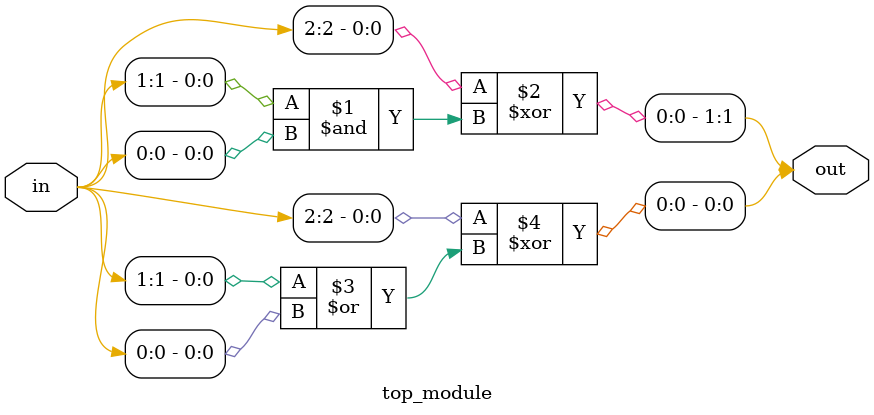
<source format=sv>
module top_module (
	input [2:0] in,
	output [1:0] out
);

	// Logic for addition
	assign out[1] = in[2] ^ (in[1] & in[0]);
	assign out[0] = in[2] ^ (in[1] | in[0]);
  
endmodule

</source>
